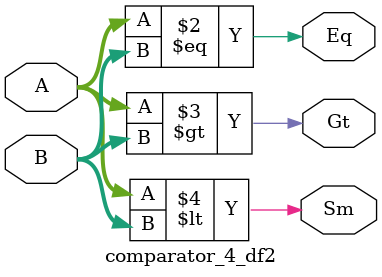
<source format=v>
/***********************************
    4-bit Comparator - BEHAVIOURAL
***********************************/

module comparator_4_df2(Eq, Gt, Sm, A, B);
input [3:0]A,B;
output reg Eq, Gt, Sm;

always @(*) begin
    Eq = (A==B);
    Gt = (A>B);
    Sm = (A<B);    
end

endmodule

</source>
